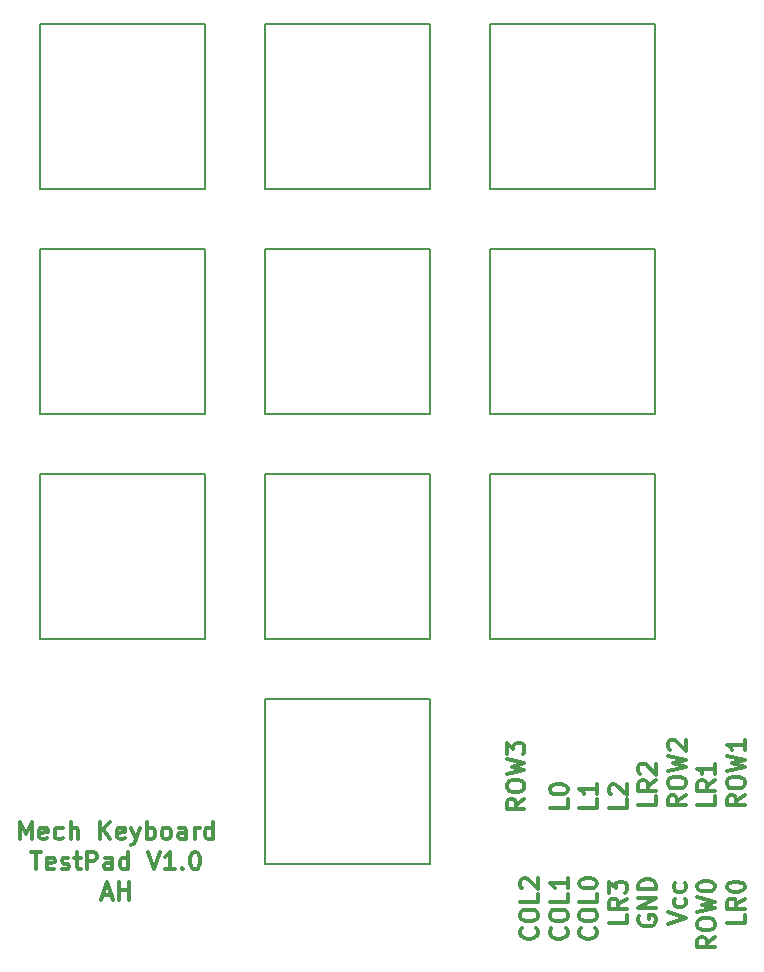
<source format=gbr>
G04 #@! TF.FileFunction,Other,ECO2*
%FSLAX46Y46*%
G04 Gerber Fmt 4.6, Leading zero omitted, Abs format (unit mm)*
G04 Created by KiCad (PCBNEW 4.0.5-e0-6337~49~ubuntu16.04.1) date Thu Dec 29 17:38:52 2016*
%MOMM*%
%LPD*%
G01*
G04 APERTURE LIST*
%ADD10C,0.100000*%
%ADD11C,0.300000*%
%ADD12C,0.152400*%
G04 APERTURE END LIST*
D10*
D11*
X164828571Y-115492857D02*
X164114286Y-115992857D01*
X164828571Y-116350000D02*
X163328571Y-116350000D01*
X163328571Y-115778572D01*
X163400000Y-115635714D01*
X163471429Y-115564286D01*
X163614286Y-115492857D01*
X163828571Y-115492857D01*
X163971429Y-115564286D01*
X164042857Y-115635714D01*
X164114286Y-115778572D01*
X164114286Y-116350000D01*
X163328571Y-114564286D02*
X163328571Y-114278572D01*
X163400000Y-114135714D01*
X163542857Y-113992857D01*
X163828571Y-113921429D01*
X164328571Y-113921429D01*
X164614286Y-113992857D01*
X164757143Y-114135714D01*
X164828571Y-114278572D01*
X164828571Y-114564286D01*
X164757143Y-114707143D01*
X164614286Y-114850000D01*
X164328571Y-114921429D01*
X163828571Y-114921429D01*
X163542857Y-114850000D01*
X163400000Y-114707143D01*
X163328571Y-114564286D01*
X163328571Y-113421428D02*
X164828571Y-113064285D01*
X163757143Y-112778571D01*
X164828571Y-112492857D01*
X163328571Y-112135714D01*
X163328571Y-111707142D02*
X163328571Y-110778571D01*
X163900000Y-111278571D01*
X163900000Y-111064285D01*
X163971429Y-110921428D01*
X164042857Y-110849999D01*
X164185714Y-110778571D01*
X164542857Y-110778571D01*
X164685714Y-110849999D01*
X164757143Y-110921428D01*
X164828571Y-111064285D01*
X164828571Y-111492857D01*
X164757143Y-111635714D01*
X164685714Y-111707142D01*
X168478571Y-115549999D02*
X168478571Y-116264285D01*
X166978571Y-116264285D01*
X166978571Y-114764285D02*
X166978571Y-114621428D01*
X167050000Y-114478571D01*
X167121429Y-114407142D01*
X167264286Y-114335713D01*
X167550000Y-114264285D01*
X167907143Y-114264285D01*
X168192857Y-114335713D01*
X168335714Y-114407142D01*
X168407143Y-114478571D01*
X168478571Y-114621428D01*
X168478571Y-114764285D01*
X168407143Y-114907142D01*
X168335714Y-114978571D01*
X168192857Y-115049999D01*
X167907143Y-115121428D01*
X167550000Y-115121428D01*
X167264286Y-115049999D01*
X167121429Y-114978571D01*
X167050000Y-114907142D01*
X166978571Y-114764285D01*
X170978571Y-115549999D02*
X170978571Y-116264285D01*
X169478571Y-116264285D01*
X170978571Y-114264285D02*
X170978571Y-115121428D01*
X170978571Y-114692856D02*
X169478571Y-114692856D01*
X169692857Y-114835713D01*
X169835714Y-114978571D01*
X169907143Y-115121428D01*
X173478571Y-115549999D02*
X173478571Y-116264285D01*
X171978571Y-116264285D01*
X172121429Y-115121428D02*
X172050000Y-115049999D01*
X171978571Y-114907142D01*
X171978571Y-114549999D01*
X172050000Y-114407142D01*
X172121429Y-114335713D01*
X172264286Y-114264285D01*
X172407143Y-114264285D01*
X172621429Y-114335713D01*
X173478571Y-115192856D01*
X173478571Y-114264285D01*
X175978571Y-115299999D02*
X175978571Y-116014285D01*
X174478571Y-116014285D01*
X175978571Y-113942856D02*
X175264286Y-114442856D01*
X175978571Y-114799999D02*
X174478571Y-114799999D01*
X174478571Y-114228571D01*
X174550000Y-114085713D01*
X174621429Y-114014285D01*
X174764286Y-113942856D01*
X174978571Y-113942856D01*
X175121429Y-114014285D01*
X175192857Y-114085713D01*
X175264286Y-114228571D01*
X175264286Y-114799999D01*
X174621429Y-113371428D02*
X174550000Y-113299999D01*
X174478571Y-113157142D01*
X174478571Y-112799999D01*
X174550000Y-112657142D01*
X174621429Y-112585713D01*
X174764286Y-112514285D01*
X174907143Y-112514285D01*
X175121429Y-112585713D01*
X175978571Y-113442856D01*
X175978571Y-112514285D01*
X178478571Y-115192857D02*
X177764286Y-115692857D01*
X178478571Y-116050000D02*
X176978571Y-116050000D01*
X176978571Y-115478572D01*
X177050000Y-115335714D01*
X177121429Y-115264286D01*
X177264286Y-115192857D01*
X177478571Y-115192857D01*
X177621429Y-115264286D01*
X177692857Y-115335714D01*
X177764286Y-115478572D01*
X177764286Y-116050000D01*
X176978571Y-114264286D02*
X176978571Y-113978572D01*
X177050000Y-113835714D01*
X177192857Y-113692857D01*
X177478571Y-113621429D01*
X177978571Y-113621429D01*
X178264286Y-113692857D01*
X178407143Y-113835714D01*
X178478571Y-113978572D01*
X178478571Y-114264286D01*
X178407143Y-114407143D01*
X178264286Y-114550000D01*
X177978571Y-114621429D01*
X177478571Y-114621429D01*
X177192857Y-114550000D01*
X177050000Y-114407143D01*
X176978571Y-114264286D01*
X176978571Y-113121428D02*
X178478571Y-112764285D01*
X177407143Y-112478571D01*
X178478571Y-112192857D01*
X176978571Y-111835714D01*
X177121429Y-111335714D02*
X177050000Y-111264285D01*
X176978571Y-111121428D01*
X176978571Y-110764285D01*
X177050000Y-110621428D01*
X177121429Y-110549999D01*
X177264286Y-110478571D01*
X177407143Y-110478571D01*
X177621429Y-110549999D01*
X178478571Y-111407142D01*
X178478571Y-110478571D01*
X180978571Y-115299999D02*
X180978571Y-116014285D01*
X179478571Y-116014285D01*
X180978571Y-113942856D02*
X180264286Y-114442856D01*
X180978571Y-114799999D02*
X179478571Y-114799999D01*
X179478571Y-114228571D01*
X179550000Y-114085713D01*
X179621429Y-114014285D01*
X179764286Y-113942856D01*
X179978571Y-113942856D01*
X180121429Y-114014285D01*
X180192857Y-114085713D01*
X180264286Y-114228571D01*
X180264286Y-114799999D01*
X180978571Y-112514285D02*
X180978571Y-113371428D01*
X180978571Y-112942856D02*
X179478571Y-112942856D01*
X179692857Y-113085713D01*
X179835714Y-113228571D01*
X179907143Y-113371428D01*
X183478571Y-115192857D02*
X182764286Y-115692857D01*
X183478571Y-116050000D02*
X181978571Y-116050000D01*
X181978571Y-115478572D01*
X182050000Y-115335714D01*
X182121429Y-115264286D01*
X182264286Y-115192857D01*
X182478571Y-115192857D01*
X182621429Y-115264286D01*
X182692857Y-115335714D01*
X182764286Y-115478572D01*
X182764286Y-116050000D01*
X181978571Y-114264286D02*
X181978571Y-113978572D01*
X182050000Y-113835714D01*
X182192857Y-113692857D01*
X182478571Y-113621429D01*
X182978571Y-113621429D01*
X183264286Y-113692857D01*
X183407143Y-113835714D01*
X183478571Y-113978572D01*
X183478571Y-114264286D01*
X183407143Y-114407143D01*
X183264286Y-114550000D01*
X182978571Y-114621429D01*
X182478571Y-114621429D01*
X182192857Y-114550000D01*
X182050000Y-114407143D01*
X181978571Y-114264286D01*
X181978571Y-113121428D02*
X183478571Y-112764285D01*
X182407143Y-112478571D01*
X183478571Y-112192857D01*
X181978571Y-111835714D01*
X183478571Y-110478571D02*
X183478571Y-111335714D01*
X183478571Y-110907142D02*
X181978571Y-110907142D01*
X182192857Y-111049999D01*
X182335714Y-111192857D01*
X182407143Y-111335714D01*
X183478571Y-125299999D02*
X183478571Y-126014285D01*
X181978571Y-126014285D01*
X183478571Y-123942856D02*
X182764286Y-124442856D01*
X183478571Y-124799999D02*
X181978571Y-124799999D01*
X181978571Y-124228571D01*
X182050000Y-124085713D01*
X182121429Y-124014285D01*
X182264286Y-123942856D01*
X182478571Y-123942856D01*
X182621429Y-124014285D01*
X182692857Y-124085713D01*
X182764286Y-124228571D01*
X182764286Y-124799999D01*
X181978571Y-123014285D02*
X181978571Y-122871428D01*
X182050000Y-122728571D01*
X182121429Y-122657142D01*
X182264286Y-122585713D01*
X182550000Y-122514285D01*
X182907143Y-122514285D01*
X183192857Y-122585713D01*
X183335714Y-122657142D01*
X183407143Y-122728571D01*
X183478571Y-122871428D01*
X183478571Y-123014285D01*
X183407143Y-123157142D01*
X183335714Y-123228571D01*
X183192857Y-123299999D01*
X182907143Y-123371428D01*
X182550000Y-123371428D01*
X182264286Y-123299999D01*
X182121429Y-123228571D01*
X182050000Y-123157142D01*
X181978571Y-123014285D01*
X180978571Y-127192857D02*
X180264286Y-127692857D01*
X180978571Y-128050000D02*
X179478571Y-128050000D01*
X179478571Y-127478572D01*
X179550000Y-127335714D01*
X179621429Y-127264286D01*
X179764286Y-127192857D01*
X179978571Y-127192857D01*
X180121429Y-127264286D01*
X180192857Y-127335714D01*
X180264286Y-127478572D01*
X180264286Y-128050000D01*
X179478571Y-126264286D02*
X179478571Y-125978572D01*
X179550000Y-125835714D01*
X179692857Y-125692857D01*
X179978571Y-125621429D01*
X180478571Y-125621429D01*
X180764286Y-125692857D01*
X180907143Y-125835714D01*
X180978571Y-125978572D01*
X180978571Y-126264286D01*
X180907143Y-126407143D01*
X180764286Y-126550000D01*
X180478571Y-126621429D01*
X179978571Y-126621429D01*
X179692857Y-126550000D01*
X179550000Y-126407143D01*
X179478571Y-126264286D01*
X179478571Y-125121428D02*
X180978571Y-124764285D01*
X179907143Y-124478571D01*
X180978571Y-124192857D01*
X179478571Y-123835714D01*
X179478571Y-122978571D02*
X179478571Y-122835714D01*
X179550000Y-122692857D01*
X179621429Y-122621428D01*
X179764286Y-122549999D01*
X180050000Y-122478571D01*
X180407143Y-122478571D01*
X180692857Y-122549999D01*
X180835714Y-122621428D01*
X180907143Y-122692857D01*
X180978571Y-122835714D01*
X180978571Y-122978571D01*
X180907143Y-123121428D01*
X180835714Y-123192857D01*
X180692857Y-123264285D01*
X180407143Y-123335714D01*
X180050000Y-123335714D01*
X179764286Y-123264285D01*
X179621429Y-123192857D01*
X179550000Y-123121428D01*
X179478571Y-122978571D01*
X176978571Y-126085714D02*
X178478571Y-125585714D01*
X176978571Y-125085714D01*
X178407143Y-123942857D02*
X178478571Y-124085714D01*
X178478571Y-124371428D01*
X178407143Y-124514286D01*
X178335714Y-124585714D01*
X178192857Y-124657143D01*
X177764286Y-124657143D01*
X177621429Y-124585714D01*
X177550000Y-124514286D01*
X177478571Y-124371428D01*
X177478571Y-124085714D01*
X177550000Y-123942857D01*
X178407143Y-122657143D02*
X178478571Y-122800000D01*
X178478571Y-123085714D01*
X178407143Y-123228572D01*
X178335714Y-123300000D01*
X178192857Y-123371429D01*
X177764286Y-123371429D01*
X177621429Y-123300000D01*
X177550000Y-123228572D01*
X177478571Y-123085714D01*
X177478571Y-122800000D01*
X177550000Y-122657143D01*
X174550000Y-125442857D02*
X174478571Y-125585714D01*
X174478571Y-125800000D01*
X174550000Y-126014285D01*
X174692857Y-126157143D01*
X174835714Y-126228571D01*
X175121429Y-126300000D01*
X175335714Y-126300000D01*
X175621429Y-126228571D01*
X175764286Y-126157143D01*
X175907143Y-126014285D01*
X175978571Y-125800000D01*
X175978571Y-125657143D01*
X175907143Y-125442857D01*
X175835714Y-125371428D01*
X175335714Y-125371428D01*
X175335714Y-125657143D01*
X175978571Y-124728571D02*
X174478571Y-124728571D01*
X175978571Y-123871428D01*
X174478571Y-123871428D01*
X175978571Y-123157142D02*
X174478571Y-123157142D01*
X174478571Y-122799999D01*
X174550000Y-122585714D01*
X174692857Y-122442856D01*
X174835714Y-122371428D01*
X175121429Y-122299999D01*
X175335714Y-122299999D01*
X175621429Y-122371428D01*
X175764286Y-122442856D01*
X175907143Y-122585714D01*
X175978571Y-122799999D01*
X175978571Y-123157142D01*
X173478571Y-125299999D02*
X173478571Y-126014285D01*
X171978571Y-126014285D01*
X173478571Y-123942856D02*
X172764286Y-124442856D01*
X173478571Y-124799999D02*
X171978571Y-124799999D01*
X171978571Y-124228571D01*
X172050000Y-124085713D01*
X172121429Y-124014285D01*
X172264286Y-123942856D01*
X172478571Y-123942856D01*
X172621429Y-124014285D01*
X172692857Y-124085713D01*
X172764286Y-124228571D01*
X172764286Y-124799999D01*
X171978571Y-123442856D02*
X171978571Y-122514285D01*
X172550000Y-123014285D01*
X172550000Y-122799999D01*
X172621429Y-122657142D01*
X172692857Y-122585713D01*
X172835714Y-122514285D01*
X173192857Y-122514285D01*
X173335714Y-122585713D01*
X173407143Y-122657142D01*
X173478571Y-122799999D01*
X173478571Y-123228571D01*
X173407143Y-123371428D01*
X173335714Y-123442856D01*
X170835714Y-126442857D02*
X170907143Y-126514286D01*
X170978571Y-126728572D01*
X170978571Y-126871429D01*
X170907143Y-127085714D01*
X170764286Y-127228572D01*
X170621429Y-127300000D01*
X170335714Y-127371429D01*
X170121429Y-127371429D01*
X169835714Y-127300000D01*
X169692857Y-127228572D01*
X169550000Y-127085714D01*
X169478571Y-126871429D01*
X169478571Y-126728572D01*
X169550000Y-126514286D01*
X169621429Y-126442857D01*
X169478571Y-125514286D02*
X169478571Y-125228572D01*
X169550000Y-125085714D01*
X169692857Y-124942857D01*
X169978571Y-124871429D01*
X170478571Y-124871429D01*
X170764286Y-124942857D01*
X170907143Y-125085714D01*
X170978571Y-125228572D01*
X170978571Y-125514286D01*
X170907143Y-125657143D01*
X170764286Y-125800000D01*
X170478571Y-125871429D01*
X169978571Y-125871429D01*
X169692857Y-125800000D01*
X169550000Y-125657143D01*
X169478571Y-125514286D01*
X170978571Y-123514285D02*
X170978571Y-124228571D01*
X169478571Y-124228571D01*
X169478571Y-122728571D02*
X169478571Y-122585714D01*
X169550000Y-122442857D01*
X169621429Y-122371428D01*
X169764286Y-122299999D01*
X170050000Y-122228571D01*
X170407143Y-122228571D01*
X170692857Y-122299999D01*
X170835714Y-122371428D01*
X170907143Y-122442857D01*
X170978571Y-122585714D01*
X170978571Y-122728571D01*
X170907143Y-122871428D01*
X170835714Y-122942857D01*
X170692857Y-123014285D01*
X170407143Y-123085714D01*
X170050000Y-123085714D01*
X169764286Y-123014285D01*
X169621429Y-122942857D01*
X169550000Y-122871428D01*
X169478571Y-122728571D01*
X168335714Y-126442857D02*
X168407143Y-126514286D01*
X168478571Y-126728572D01*
X168478571Y-126871429D01*
X168407143Y-127085714D01*
X168264286Y-127228572D01*
X168121429Y-127300000D01*
X167835714Y-127371429D01*
X167621429Y-127371429D01*
X167335714Y-127300000D01*
X167192857Y-127228572D01*
X167050000Y-127085714D01*
X166978571Y-126871429D01*
X166978571Y-126728572D01*
X167050000Y-126514286D01*
X167121429Y-126442857D01*
X166978571Y-125514286D02*
X166978571Y-125228572D01*
X167050000Y-125085714D01*
X167192857Y-124942857D01*
X167478571Y-124871429D01*
X167978571Y-124871429D01*
X168264286Y-124942857D01*
X168407143Y-125085714D01*
X168478571Y-125228572D01*
X168478571Y-125514286D01*
X168407143Y-125657143D01*
X168264286Y-125800000D01*
X167978571Y-125871429D01*
X167478571Y-125871429D01*
X167192857Y-125800000D01*
X167050000Y-125657143D01*
X166978571Y-125514286D01*
X168478571Y-123514285D02*
X168478571Y-124228571D01*
X166978571Y-124228571D01*
X168478571Y-122228571D02*
X168478571Y-123085714D01*
X168478571Y-122657142D02*
X166978571Y-122657142D01*
X167192857Y-122799999D01*
X167335714Y-122942857D01*
X167407143Y-123085714D01*
X165835714Y-126442857D02*
X165907143Y-126514286D01*
X165978571Y-126728572D01*
X165978571Y-126871429D01*
X165907143Y-127085714D01*
X165764286Y-127228572D01*
X165621429Y-127300000D01*
X165335714Y-127371429D01*
X165121429Y-127371429D01*
X164835714Y-127300000D01*
X164692857Y-127228572D01*
X164550000Y-127085714D01*
X164478571Y-126871429D01*
X164478571Y-126728572D01*
X164550000Y-126514286D01*
X164621429Y-126442857D01*
X164478571Y-125514286D02*
X164478571Y-125228572D01*
X164550000Y-125085714D01*
X164692857Y-124942857D01*
X164978571Y-124871429D01*
X165478571Y-124871429D01*
X165764286Y-124942857D01*
X165907143Y-125085714D01*
X165978571Y-125228572D01*
X165978571Y-125514286D01*
X165907143Y-125657143D01*
X165764286Y-125800000D01*
X165478571Y-125871429D01*
X164978571Y-125871429D01*
X164692857Y-125800000D01*
X164550000Y-125657143D01*
X164478571Y-125514286D01*
X165978571Y-123514285D02*
X165978571Y-124228571D01*
X164478571Y-124228571D01*
X164621429Y-123085714D02*
X164550000Y-123014285D01*
X164478571Y-122871428D01*
X164478571Y-122514285D01*
X164550000Y-122371428D01*
X164621429Y-122299999D01*
X164764286Y-122228571D01*
X164907143Y-122228571D01*
X165121429Y-122299999D01*
X165978571Y-123157142D01*
X165978571Y-122228571D01*
X122121429Y-118928571D02*
X122121429Y-117428571D01*
X122621429Y-118500000D01*
X123121429Y-117428571D01*
X123121429Y-118928571D01*
X124407143Y-118857143D02*
X124264286Y-118928571D01*
X123978572Y-118928571D01*
X123835715Y-118857143D01*
X123764286Y-118714286D01*
X123764286Y-118142857D01*
X123835715Y-118000000D01*
X123978572Y-117928571D01*
X124264286Y-117928571D01*
X124407143Y-118000000D01*
X124478572Y-118142857D01*
X124478572Y-118285714D01*
X123764286Y-118428571D01*
X125764286Y-118857143D02*
X125621429Y-118928571D01*
X125335715Y-118928571D01*
X125192857Y-118857143D01*
X125121429Y-118785714D01*
X125050000Y-118642857D01*
X125050000Y-118214286D01*
X125121429Y-118071429D01*
X125192857Y-118000000D01*
X125335715Y-117928571D01*
X125621429Y-117928571D01*
X125764286Y-118000000D01*
X126407143Y-118928571D02*
X126407143Y-117428571D01*
X127050000Y-118928571D02*
X127050000Y-118142857D01*
X126978571Y-118000000D01*
X126835714Y-117928571D01*
X126621429Y-117928571D01*
X126478571Y-118000000D01*
X126407143Y-118071429D01*
X128907143Y-118928571D02*
X128907143Y-117428571D01*
X129764286Y-118928571D02*
X129121429Y-118071429D01*
X129764286Y-117428571D02*
X128907143Y-118285714D01*
X130978571Y-118857143D02*
X130835714Y-118928571D01*
X130550000Y-118928571D01*
X130407143Y-118857143D01*
X130335714Y-118714286D01*
X130335714Y-118142857D01*
X130407143Y-118000000D01*
X130550000Y-117928571D01*
X130835714Y-117928571D01*
X130978571Y-118000000D01*
X131050000Y-118142857D01*
X131050000Y-118285714D01*
X130335714Y-118428571D01*
X131550000Y-117928571D02*
X131907143Y-118928571D01*
X132264285Y-117928571D02*
X131907143Y-118928571D01*
X131764285Y-119285714D01*
X131692857Y-119357143D01*
X131550000Y-119428571D01*
X132835714Y-118928571D02*
X132835714Y-117428571D01*
X132835714Y-118000000D02*
X132978571Y-117928571D01*
X133264285Y-117928571D01*
X133407142Y-118000000D01*
X133478571Y-118071429D01*
X133550000Y-118214286D01*
X133550000Y-118642857D01*
X133478571Y-118785714D01*
X133407142Y-118857143D01*
X133264285Y-118928571D01*
X132978571Y-118928571D01*
X132835714Y-118857143D01*
X134407143Y-118928571D02*
X134264285Y-118857143D01*
X134192857Y-118785714D01*
X134121428Y-118642857D01*
X134121428Y-118214286D01*
X134192857Y-118071429D01*
X134264285Y-118000000D01*
X134407143Y-117928571D01*
X134621428Y-117928571D01*
X134764285Y-118000000D01*
X134835714Y-118071429D01*
X134907143Y-118214286D01*
X134907143Y-118642857D01*
X134835714Y-118785714D01*
X134764285Y-118857143D01*
X134621428Y-118928571D01*
X134407143Y-118928571D01*
X136192857Y-118928571D02*
X136192857Y-118142857D01*
X136121428Y-118000000D01*
X135978571Y-117928571D01*
X135692857Y-117928571D01*
X135550000Y-118000000D01*
X136192857Y-118857143D02*
X136050000Y-118928571D01*
X135692857Y-118928571D01*
X135550000Y-118857143D01*
X135478571Y-118714286D01*
X135478571Y-118571429D01*
X135550000Y-118428571D01*
X135692857Y-118357143D01*
X136050000Y-118357143D01*
X136192857Y-118285714D01*
X136907143Y-118928571D02*
X136907143Y-117928571D01*
X136907143Y-118214286D02*
X136978571Y-118071429D01*
X137050000Y-118000000D01*
X137192857Y-117928571D01*
X137335714Y-117928571D01*
X138478571Y-118928571D02*
X138478571Y-117428571D01*
X138478571Y-118857143D02*
X138335714Y-118928571D01*
X138050000Y-118928571D01*
X137907142Y-118857143D01*
X137835714Y-118785714D01*
X137764285Y-118642857D01*
X137764285Y-118214286D01*
X137835714Y-118071429D01*
X137907142Y-118000000D01*
X138050000Y-117928571D01*
X138335714Y-117928571D01*
X138478571Y-118000000D01*
X123085715Y-119978571D02*
X123942858Y-119978571D01*
X123514287Y-121478571D02*
X123514287Y-119978571D01*
X125014286Y-121407143D02*
X124871429Y-121478571D01*
X124585715Y-121478571D01*
X124442858Y-121407143D01*
X124371429Y-121264286D01*
X124371429Y-120692857D01*
X124442858Y-120550000D01*
X124585715Y-120478571D01*
X124871429Y-120478571D01*
X125014286Y-120550000D01*
X125085715Y-120692857D01*
X125085715Y-120835714D01*
X124371429Y-120978571D01*
X125657143Y-121407143D02*
X125800000Y-121478571D01*
X126085715Y-121478571D01*
X126228572Y-121407143D01*
X126300000Y-121264286D01*
X126300000Y-121192857D01*
X126228572Y-121050000D01*
X126085715Y-120978571D01*
X125871429Y-120978571D01*
X125728572Y-120907143D01*
X125657143Y-120764286D01*
X125657143Y-120692857D01*
X125728572Y-120550000D01*
X125871429Y-120478571D01*
X126085715Y-120478571D01*
X126228572Y-120550000D01*
X126728572Y-120478571D02*
X127300001Y-120478571D01*
X126942858Y-119978571D02*
X126942858Y-121264286D01*
X127014286Y-121407143D01*
X127157144Y-121478571D01*
X127300001Y-121478571D01*
X127800001Y-121478571D02*
X127800001Y-119978571D01*
X128371429Y-119978571D01*
X128514287Y-120050000D01*
X128585715Y-120121429D01*
X128657144Y-120264286D01*
X128657144Y-120478571D01*
X128585715Y-120621429D01*
X128514287Y-120692857D01*
X128371429Y-120764286D01*
X127800001Y-120764286D01*
X129942858Y-121478571D02*
X129942858Y-120692857D01*
X129871429Y-120550000D01*
X129728572Y-120478571D01*
X129442858Y-120478571D01*
X129300001Y-120550000D01*
X129942858Y-121407143D02*
X129800001Y-121478571D01*
X129442858Y-121478571D01*
X129300001Y-121407143D01*
X129228572Y-121264286D01*
X129228572Y-121121429D01*
X129300001Y-120978571D01*
X129442858Y-120907143D01*
X129800001Y-120907143D01*
X129942858Y-120835714D01*
X131300001Y-121478571D02*
X131300001Y-119978571D01*
X131300001Y-121407143D02*
X131157144Y-121478571D01*
X130871430Y-121478571D01*
X130728572Y-121407143D01*
X130657144Y-121335714D01*
X130585715Y-121192857D01*
X130585715Y-120764286D01*
X130657144Y-120621429D01*
X130728572Y-120550000D01*
X130871430Y-120478571D01*
X131157144Y-120478571D01*
X131300001Y-120550000D01*
X132942858Y-119978571D02*
X133442858Y-121478571D01*
X133942858Y-119978571D01*
X135228572Y-121478571D02*
X134371429Y-121478571D01*
X134800001Y-121478571D02*
X134800001Y-119978571D01*
X134657144Y-120192857D01*
X134514286Y-120335714D01*
X134371429Y-120407143D01*
X135871429Y-121335714D02*
X135942857Y-121407143D01*
X135871429Y-121478571D01*
X135800000Y-121407143D01*
X135871429Y-121335714D01*
X135871429Y-121478571D01*
X136871429Y-119978571D02*
X137014286Y-119978571D01*
X137157143Y-120050000D01*
X137228572Y-120121429D01*
X137300001Y-120264286D01*
X137371429Y-120550000D01*
X137371429Y-120907143D01*
X137300001Y-121192857D01*
X137228572Y-121335714D01*
X137157143Y-121407143D01*
X137014286Y-121478571D01*
X136871429Y-121478571D01*
X136728572Y-121407143D01*
X136657143Y-121335714D01*
X136585715Y-121192857D01*
X136514286Y-120907143D01*
X136514286Y-120550000D01*
X136585715Y-120264286D01*
X136657143Y-120121429D01*
X136728572Y-120050000D01*
X136871429Y-119978571D01*
X129157143Y-123600000D02*
X129871429Y-123600000D01*
X129014286Y-124028571D02*
X129514286Y-122528571D01*
X130014286Y-124028571D01*
X130514286Y-124028571D02*
X130514286Y-122528571D01*
X130514286Y-123242857D02*
X131371429Y-123242857D01*
X131371429Y-124028571D02*
X131371429Y-122528571D01*
D12*
X161945000Y-49885000D02*
X175915000Y-49885000D01*
X175915000Y-49885000D02*
X175915000Y-63855000D01*
X175915000Y-63855000D02*
X161945000Y-63855000D01*
X161945000Y-63855000D02*
X161945000Y-49885000D01*
X161945000Y-87985000D02*
X175915000Y-87985000D01*
X175915000Y-87985000D02*
X175915000Y-101955000D01*
X175915000Y-101955000D02*
X161945000Y-101955000D01*
X161945000Y-101955000D02*
X161945000Y-87985000D01*
X161945000Y-68935000D02*
X175915000Y-68935000D01*
X175915000Y-68935000D02*
X175915000Y-82905000D01*
X175915000Y-82905000D02*
X161945000Y-82905000D01*
X161945000Y-82905000D02*
X161945000Y-68935000D01*
X142895000Y-107035000D02*
X156865000Y-107035000D01*
X156865000Y-107035000D02*
X156865000Y-121005000D01*
X156865000Y-121005000D02*
X142895000Y-121005000D01*
X142895000Y-121005000D02*
X142895000Y-107035000D01*
X142895000Y-87985000D02*
X156865000Y-87985000D01*
X156865000Y-87985000D02*
X156865000Y-101955000D01*
X156865000Y-101955000D02*
X142895000Y-101955000D01*
X142895000Y-101955000D02*
X142895000Y-87985000D01*
X142895000Y-68935000D02*
X156865000Y-68935000D01*
X156865000Y-68935000D02*
X156865000Y-82905000D01*
X156865000Y-82905000D02*
X142895000Y-82905000D01*
X142895000Y-82905000D02*
X142895000Y-68935000D01*
X142895000Y-49885000D02*
X156865000Y-49885000D01*
X156865000Y-49885000D02*
X156865000Y-63855000D01*
X156865000Y-63855000D02*
X142895000Y-63855000D01*
X142895000Y-63855000D02*
X142895000Y-49885000D01*
X123845000Y-87985000D02*
X137815000Y-87985000D01*
X137815000Y-87985000D02*
X137815000Y-101955000D01*
X137815000Y-101955000D02*
X123845000Y-101955000D01*
X123845000Y-101955000D02*
X123845000Y-87985000D01*
X123845000Y-49885000D02*
X137815000Y-49885000D01*
X137815000Y-49885000D02*
X137815000Y-63855000D01*
X137815000Y-63855000D02*
X123845000Y-63855000D01*
X123845000Y-63855000D02*
X123845000Y-49885000D01*
X123845000Y-68935000D02*
X137815000Y-68935000D01*
X137815000Y-68935000D02*
X137815000Y-82905000D01*
X137815000Y-82905000D02*
X123845000Y-82905000D01*
X123845000Y-82905000D02*
X123845000Y-68935000D01*
M02*

</source>
